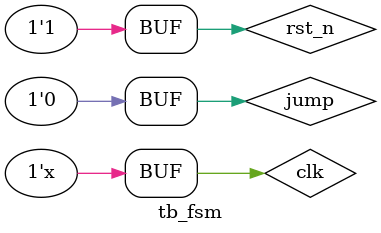
<source format=v>
`timescale 1ns / 1ps


module tb_fsm;

	// Inputs
	reg clk;
	reg rst_n;
	reg jump;

	// Outputs
	wire dout_p;
	wire dout_q;

	// Instantiate the Unit Under Test (UUT)
	fsm uut (
		.clk(clk), 
		.rst_n(rst_n), 
		.jump(jump), 
		.dout_p(dout_p), 
		.dout_q(dout_q)
	);

	initial begin
		// Initialize Inputs
		clk = 0;
		rst_n = 0;
		jump = 0;

		// Wait 100 ns for global reset to finish
		#100;
        
		// Add stimulus here
		rst_n = 1;
		#100;
		jump = 1;
		#20;
		jump = 0;
	end

	always #5 clk = ~clk;
      
endmodule


</source>
